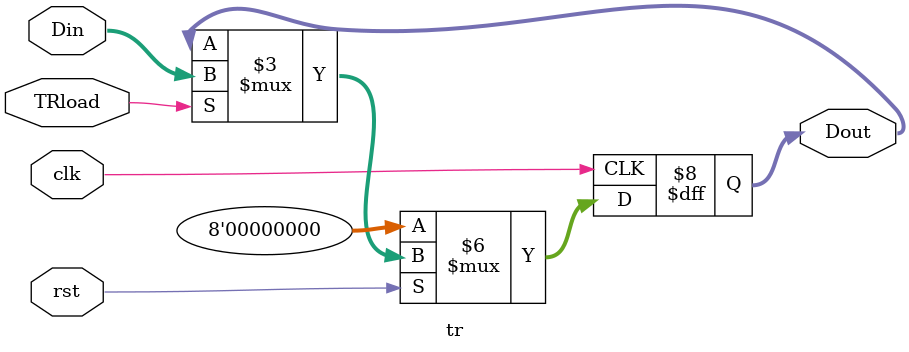
<source format=v>

module tr(Din, clk, rst, TRload, Dout);

input [7:0] Din;
input clk, rst, TRload;

output [7:0] Dout;
reg [7:0] Dout;

always @(posedge clk) begin
    if (!rst)
        Dout <= 0;
    else if (TRload)
        Dout <= Din;
end

endmodule
</source>
